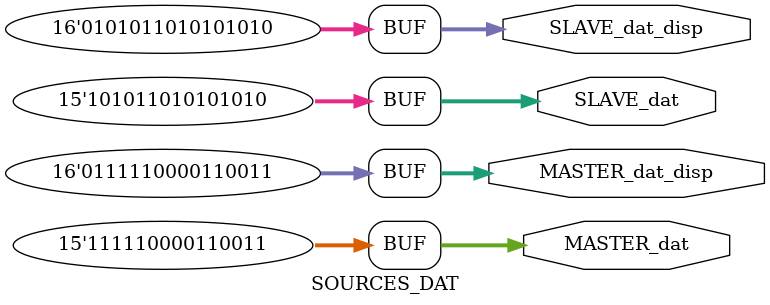
<source format=v>
`timescale 1ns / 1ps

module SOURCES_DAT(
    output reg [14:0] MASTER_dat = 15'b111110000110011,
	 output wire [15:0] MASTER_dat_disp,
	 output wire [15:0] SLAVE_dat_disp,
    output reg [14:0] SLAVE_dat = 15'b101011010101010
    );

assign MASTER_dat_disp = {1'b0, MASTER_dat};
assign SLAVE_dat_disp = {1'b0, SLAVE_dat};

endmodule

</source>
